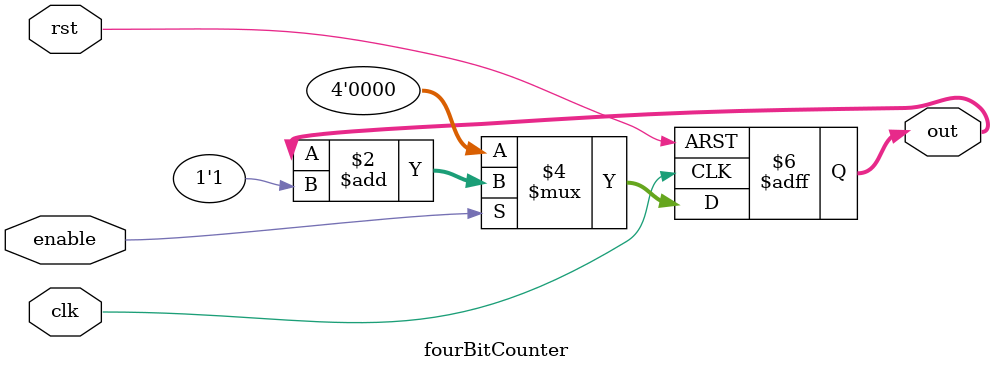
<source format=sv>
module fourBitCounter(out, clk, rst, enable);
	input clk, rst;
	input enable;
//	output shiftOut, bicOut;
//	reg [3:0] bits;
	
//	always @(posedge clk)
//		if (rst) begin
//			bits = 4'b0000;
//			bicOut = 1'b0;
//			shiftOut = 1'b0;
//			strobe <= 1'b0;
//		end else if (enable) begin
//			bits <= bits + 1'b1;
//			if (bits == 4'b0111) shiftOut <= 1'b1;
//			else if (bits == 4'b1111) bicOut <= 1'b1;
//			else if (bits == 4'b1000) strobe <= 1'b1;
//			else begin
//				shiftOut <= 1'b0;
//				bicOut <= 1'b0;
//				strobe <= 1'b0;
//			end
//			bits <= bits + 1'b1;
//		end

	output reg [3:0] out;

	always @(posedge clk or posedge rst)
		if (rst)
			out <= 4'b0000;
		else if (enable)
			out <= out + 1'b1;
		else
			out <= 4'b0000;

endmodule

</source>
